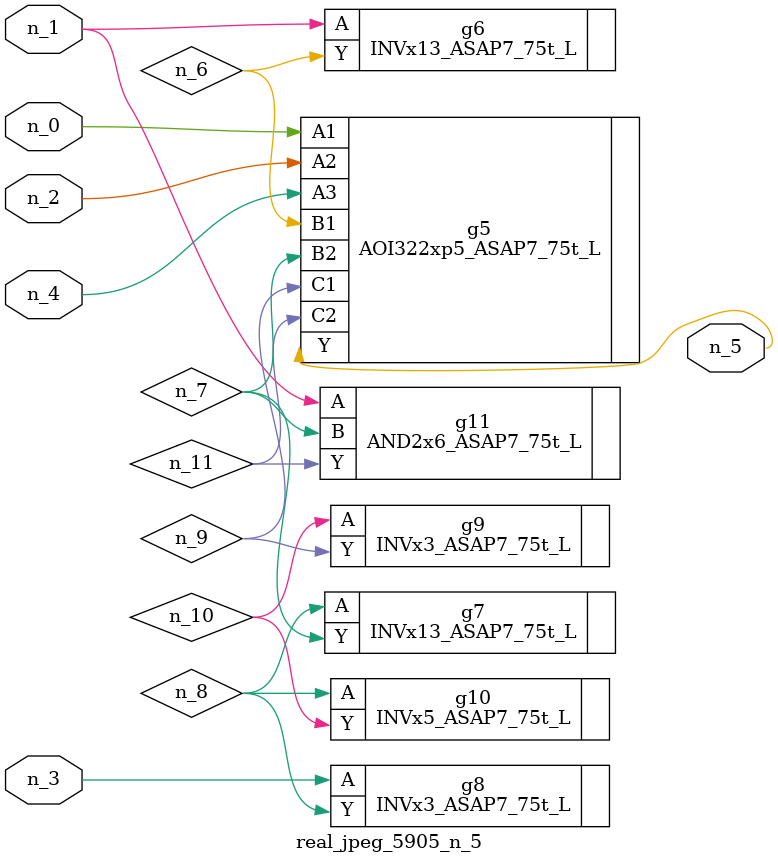
<source format=v>
module real_jpeg_5905_n_5 (n_4, n_0, n_1, n_2, n_3, n_5);

input n_4;
input n_0;
input n_1;
input n_2;
input n_3;

output n_5;

wire n_8;
wire n_11;
wire n_6;
wire n_7;
wire n_10;
wire n_9;

AOI322xp5_ASAP7_75t_L g5 ( 
.A1(n_0),
.A2(n_2),
.A3(n_4),
.B1(n_6),
.B2(n_7),
.C1(n_9),
.C2(n_11),
.Y(n_5)
);

INVx13_ASAP7_75t_L g6 ( 
.A(n_1),
.Y(n_6)
);

AND2x6_ASAP7_75t_L g11 ( 
.A(n_1),
.B(n_7),
.Y(n_11)
);

INVx3_ASAP7_75t_L g8 ( 
.A(n_3),
.Y(n_8)
);

INVx13_ASAP7_75t_L g7 ( 
.A(n_8),
.Y(n_7)
);

INVx5_ASAP7_75t_L g10 ( 
.A(n_8),
.Y(n_10)
);

INVx3_ASAP7_75t_L g9 ( 
.A(n_10),
.Y(n_9)
);


endmodule
</source>
